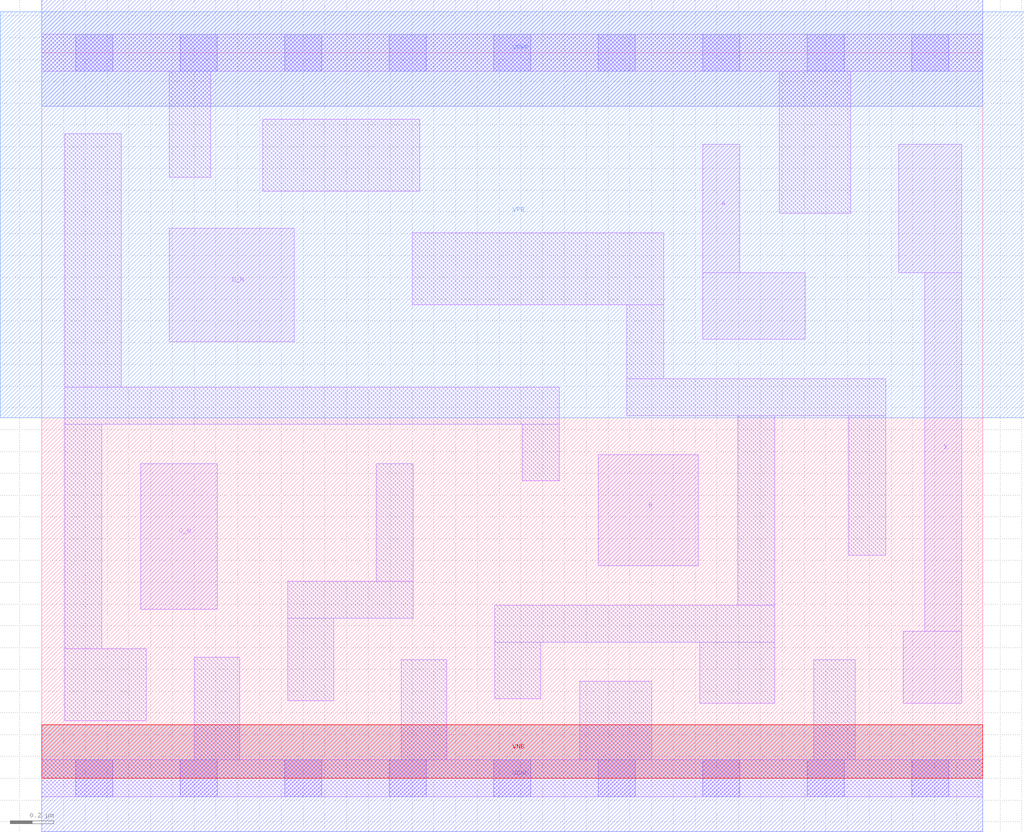
<source format=lef>
# Copyright 2020 The SkyWater PDK Authors
#
# Licensed under the Apache License, Version 2.0 (the "License");
# you may not use this file except in compliance with the License.
# You may obtain a copy of the License at
#
#     https://www.apache.org/licenses/LICENSE-2.0
#
# Unless required by applicable law or agreed to in writing, software
# distributed under the License is distributed on an "AS IS" BASIS,
# WITHOUT WARRANTIES OR CONDITIONS OF ANY KIND, either express or implied.
# See the License for the specific language governing permissions and
# limitations under the License.
#
# SPDX-License-Identifier: Apache-2.0

VERSION 5.7 ;
  NOWIREEXTENSIONATPIN ON ;
  DIVIDERCHAR "/" ;
  BUSBITCHARS "[]" ;
MACRO sky130_fd_sc_lp__or4bb_m
  CLASS CORE ;
  FOREIGN sky130_fd_sc_lp__or4bb_m ;
  ORIGIN  0.000000  0.000000 ;
  SIZE  4.320000 BY  3.330000 ;
  SYMMETRY X Y R90 ;
  SITE unit ;
  PIN A
    ANTENNAGATEAREA  0.126000 ;
    DIRECTION INPUT ;
    USE SIGNAL ;
    PORT
      LAYER li1 ;
        RECT 3.035000 2.015000 3.505000 2.320000 ;
        RECT 3.035000 2.320000 3.205000 2.910000 ;
    END
  END A
  PIN B
    ANTENNAGATEAREA  0.126000 ;
    DIRECTION INPUT ;
    USE SIGNAL ;
    PORT
      LAYER li1 ;
        RECT 2.555000 0.975000 3.015000 1.485000 ;
    END
  END B
  PIN C_N
    ANTENNAGATEAREA  0.126000 ;
    DIRECTION INPUT ;
    USE SIGNAL ;
    PORT
      LAYER li1 ;
        RECT 0.455000 0.775000 0.805000 1.445000 ;
    END
  END C_N
  PIN D_N
    ANTENNAGATEAREA  0.126000 ;
    DIRECTION INPUT ;
    USE SIGNAL ;
    PORT
      LAYER li1 ;
        RECT 0.585000 2.005000 1.160000 2.525000 ;
    END
  END D_N
  PIN X
    ANTENNADIFFAREA  0.222600 ;
    DIRECTION OUTPUT ;
    USE SIGNAL ;
    PORT
      LAYER li1 ;
        RECT 3.935000 2.320000 4.225000 2.910000 ;
        RECT 3.955000 0.345000 4.225000 0.675000 ;
        RECT 4.055000 0.675000 4.225000 2.320000 ;
    END
  END X
  PIN VGND
    DIRECTION INOUT ;
    USE GROUND ;
    PORT
      LAYER met1 ;
        RECT 0.000000 -0.245000 4.320000 0.245000 ;
    END
  END VGND
  PIN VNB
    DIRECTION INOUT ;
    USE GROUND ;
    PORT
      LAYER pwell ;
        RECT 0.000000 0.000000 4.320000 0.245000 ;
    END
  END VNB
  PIN VPB
    DIRECTION INOUT ;
    USE POWER ;
    PORT
      LAYER nwell ;
        RECT -0.190000 1.655000 4.510000 3.520000 ;
    END
  END VPB
  PIN VPWR
    DIRECTION INOUT ;
    USE POWER ;
    PORT
      LAYER met1 ;
        RECT 0.000000 3.085000 4.320000 3.575000 ;
    END
  END VPWR
  OBS
    LAYER li1 ;
      RECT 0.000000 -0.085000 4.320000 0.085000 ;
      RECT 0.000000  3.245000 4.320000 3.415000 ;
      RECT 0.105000  0.265000 0.480000 0.595000 ;
      RECT 0.105000  0.595000 0.275000 1.625000 ;
      RECT 0.105000  1.625000 2.375000 1.795000 ;
      RECT 0.105000  1.795000 0.365000 2.960000 ;
      RECT 0.585000  2.760000 0.775000 3.245000 ;
      RECT 0.700000  0.085000 0.910000 0.555000 ;
      RECT 1.015000  2.695000 1.735000 3.025000 ;
      RECT 1.130000  0.355000 1.340000 0.735000 ;
      RECT 1.130000  0.735000 1.705000 0.905000 ;
      RECT 1.535000  0.905000 1.705000 1.445000 ;
      RECT 1.650000  0.085000 1.860000 0.545000 ;
      RECT 1.700000  2.175000 2.855000 2.505000 ;
      RECT 2.080000  0.365000 2.290000 0.625000 ;
      RECT 2.080000  0.625000 3.365000 0.795000 ;
      RECT 2.205000  1.365000 2.375000 1.625000 ;
      RECT 2.470000  0.085000 2.800000 0.445000 ;
      RECT 2.685000  1.665000 3.875000 1.835000 ;
      RECT 2.685000  1.835000 2.855000 2.175000 ;
      RECT 3.020000  0.345000 3.365000 0.625000 ;
      RECT 3.195000  0.795000 3.365000 1.665000 ;
      RECT 3.385000  2.595000 3.715000 3.245000 ;
      RECT 3.545000  0.085000 3.735000 0.545000 ;
      RECT 3.705000  1.025000 3.875000 1.665000 ;
    LAYER mcon ;
      RECT 0.155000 -0.085000 0.325000 0.085000 ;
      RECT 0.155000  3.245000 0.325000 3.415000 ;
      RECT 0.635000 -0.085000 0.805000 0.085000 ;
      RECT 0.635000  3.245000 0.805000 3.415000 ;
      RECT 1.115000 -0.085000 1.285000 0.085000 ;
      RECT 1.115000  3.245000 1.285000 3.415000 ;
      RECT 1.595000 -0.085000 1.765000 0.085000 ;
      RECT 1.595000  3.245000 1.765000 3.415000 ;
      RECT 2.075000 -0.085000 2.245000 0.085000 ;
      RECT 2.075000  3.245000 2.245000 3.415000 ;
      RECT 2.555000 -0.085000 2.725000 0.085000 ;
      RECT 2.555000  3.245000 2.725000 3.415000 ;
      RECT 3.035000 -0.085000 3.205000 0.085000 ;
      RECT 3.035000  3.245000 3.205000 3.415000 ;
      RECT 3.515000 -0.085000 3.685000 0.085000 ;
      RECT 3.515000  3.245000 3.685000 3.415000 ;
      RECT 3.995000 -0.085000 4.165000 0.085000 ;
      RECT 3.995000  3.245000 4.165000 3.415000 ;
  END
END sky130_fd_sc_lp__or4bb_m
END LIBRARY

</source>
